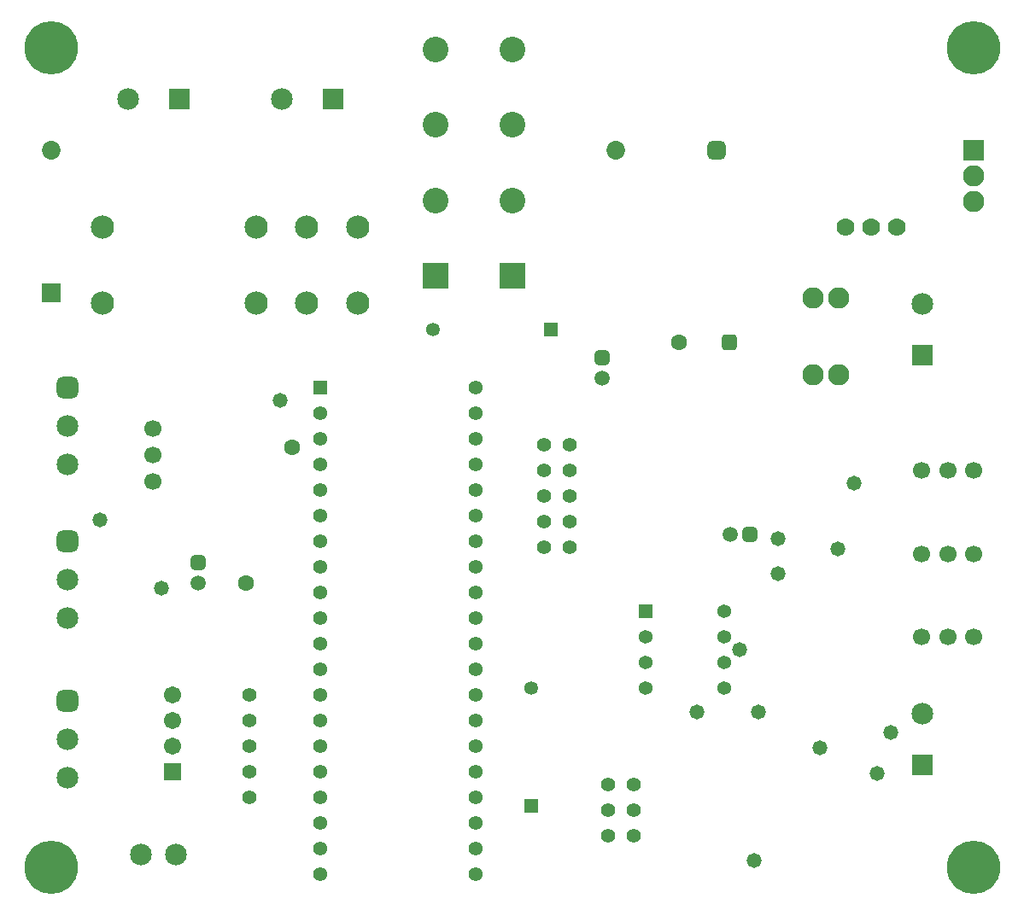
<source format=gbr>
%TF.GenerationSoftware,Altium Limited,Altium Designer,22.4.2 (48)*%
G04 Layer_Color=16711935*
%FSLAX26Y26*%
%MOIN*%
%TF.SameCoordinates,DD4E5991-19CE-4C14-B0C1-6D61C62B9851*%
%TF.FilePolarity,Negative*%
%TF.FileFunction,Soldermask,Bot*%
%TF.Part,Single*%
G01*
G75*
%TA.AperFunction,ComponentPad*%
%ADD25C,0.055000*%
%ADD71C,0.063118*%
%TA.AperFunction,ViaPad*%
%ADD72C,0.208000*%
%TA.AperFunction,ComponentPad*%
G04:AMPARAMS|DCode=73|XSize=59.181mil|YSize=59.181mil|CornerRadius=16.795mil|HoleSize=0mil|Usage=FLASHONLY|Rotation=90.000|XOffset=0mil|YOffset=0mil|HoleType=Round|Shape=RoundedRectangle|*
%AMROUNDEDRECTD73*
21,1,0.059181,0.025591,0,0,90.0*
21,1,0.025591,0.059181,0,0,90.0*
1,1,0.033590,0.012795,0.012795*
1,1,0.033590,0.012795,-0.012795*
1,1,0.033590,-0.012795,-0.012795*
1,1,0.033590,-0.012795,0.012795*
%
%ADD73ROUNDEDRECTD73*%
%ADD74C,0.059181*%
%ADD75C,0.090677*%
%ADD76C,0.070008*%
%ADD77R,0.084772X0.084772*%
%ADD78C,0.084772*%
%ADD79C,0.053276*%
%ADD80R,0.053276X0.053276*%
%ADD81C,0.072961*%
%ADD82R,0.072961X0.072961*%
G04:AMPARAMS|DCode=83|XSize=63.118mil|YSize=63.118mil|CornerRadius=17.779mil|HoleSize=0mil|Usage=FLASHONLY|Rotation=0.000|XOffset=0mil|YOffset=0mil|HoleType=Round|Shape=RoundedRectangle|*
%AMROUNDEDRECTD83*
21,1,0.063118,0.027559,0,0,0.0*
21,1,0.027559,0.063118,0,0,0.0*
1,1,0.035559,0.013780,-0.013780*
1,1,0.035559,-0.013780,-0.013780*
1,1,0.035559,-0.013780,0.013780*
1,1,0.035559,0.013780,0.013780*
%
%ADD83ROUNDEDRECTD83*%
G04:AMPARAMS|DCode=84|XSize=72.961mil|YSize=72.961mil|CornerRadius=20.24mil|HoleSize=0mil|Usage=FLASHONLY|Rotation=0.000|XOffset=0mil|YOffset=0mil|HoleType=Round|Shape=RoundedRectangle|*
%AMROUNDEDRECTD84*
21,1,0.072961,0.032480,0,0,0.0*
21,1,0.032480,0.072961,0,0,0.0*
1,1,0.040480,0.016240,-0.016240*
1,1,0.040480,-0.016240,-0.016240*
1,1,0.040480,-0.016240,0.016240*
1,1,0.040480,0.016240,0.016240*
%
%ADD84ROUNDEDRECTD84*%
%ADD85C,0.100126*%
%ADD86R,0.100126X0.100126*%
%ADD87R,0.084772X0.084772*%
%ADD88R,0.053630X0.053630*%
%ADD89C,0.053630*%
G04:AMPARAMS|DCode=90|XSize=59.181mil|YSize=59.181mil|CornerRadius=16.795mil|HoleSize=0mil|Usage=FLASHONLY|Rotation=0.000|XOffset=0mil|YOffset=0mil|HoleType=Round|Shape=RoundedRectangle|*
%AMROUNDEDRECTD90*
21,1,0.059181,0.025591,0,0,0.0*
21,1,0.025591,0.059181,0,0,0.0*
1,1,0.033590,0.012795,-0.012795*
1,1,0.033590,-0.012795,-0.012795*
1,1,0.033590,-0.012795,0.012795*
1,1,0.033590,0.012795,0.012795*
%
%ADD90ROUNDEDRECTD90*%
%ADD91C,0.066779*%
%ADD92R,0.083591X0.083591*%
%ADD93C,0.083591*%
%ADD94C,0.083000*%
%ADD95C,0.054614*%
%ADD96R,0.054614X0.054614*%
G04:AMPARAMS|DCode=97|XSize=84.772mil|YSize=84.772mil|CornerRadius=23.193mil|HoleSize=0mil|Usage=FLASHONLY|Rotation=270.000|XOffset=0mil|YOffset=0mil|HoleType=Round|Shape=RoundedRectangle|*
%AMROUNDEDRECTD97*
21,1,0.084772,0.038386,0,0,270.0*
21,1,0.038386,0.084772,0,0,270.0*
1,1,0.046386,-0.019193,-0.019193*
1,1,0.046386,-0.019193,0.019193*
1,1,0.046386,0.019193,0.019193*
1,1,0.046386,0.019193,-0.019193*
%
%ADD97ROUNDEDRECTD97*%
%ADD98R,0.053276X0.053276*%
%ADD99C,0.067055*%
%ADD100R,0.067055X0.067055*%
%TA.AperFunction,ViaPad*%
%ADD101C,0.058000*%
D25*
X2125000Y1850000D02*
D03*
Y1950000D02*
D03*
Y2050000D02*
D03*
Y2150000D02*
D03*
Y2250000D02*
D03*
X2225000D02*
D03*
Y2150000D02*
D03*
Y2050000D02*
D03*
Y1950000D02*
D03*
Y1850000D02*
D03*
X975000Y875000D02*
D03*
Y975000D02*
D03*
Y1075000D02*
D03*
Y1175000D02*
D03*
Y1275000D02*
D03*
X2475000Y725000D02*
D03*
Y825000D02*
D03*
Y925000D02*
D03*
X2375000D02*
D03*
Y825000D02*
D03*
Y725000D02*
D03*
D71*
X959448Y1709252D02*
D03*
X1140552Y2240748D02*
D03*
X2651574Y2650000D02*
D03*
D72*
X200000Y3800000D02*
D03*
X3800000D02*
D03*
Y600000D02*
D03*
X200000D02*
D03*
D73*
X775000Y1789370D02*
D03*
X2350000Y2589370D02*
D03*
D74*
X775000Y1710630D02*
D03*
X2350000Y2510630D02*
D03*
X2850000Y1900000D02*
D03*
D75*
X399212Y3100000D02*
D03*
X1000000D02*
D03*
X1198426D02*
D03*
X1396850D02*
D03*
Y2804724D02*
D03*
X1198426D02*
D03*
X1000000D02*
D03*
X399212D02*
D03*
D76*
X3500000Y3100000D02*
D03*
X3400000D02*
D03*
X3300000D02*
D03*
D77*
X700000Y3600000D02*
D03*
X1300000D02*
D03*
D78*
X500000D02*
D03*
X1100000D02*
D03*
X3600000Y1200000D02*
D03*
Y2800000D02*
D03*
X263188Y1575000D02*
D03*
Y1725000D02*
D03*
X687796Y650000D02*
D03*
X550000D02*
D03*
X263188Y2175000D02*
D03*
Y2325000D02*
D03*
Y950000D02*
D03*
Y1100000D02*
D03*
D79*
X1689370Y2700000D02*
D03*
X2075000Y1300000D02*
D03*
D80*
X2150000Y2700000D02*
D03*
D81*
X200000Y3400000D02*
D03*
X2403150D02*
D03*
D82*
X200000Y2844882D02*
D03*
D83*
X2848426Y2650000D02*
D03*
D84*
X2796850Y3400000D02*
D03*
D85*
X1700000Y3795276D02*
D03*
Y3500000D02*
D03*
Y3204724D02*
D03*
X2000000Y3795276D02*
D03*
Y3500000D02*
D03*
Y3204724D02*
D03*
D86*
X1700000Y2909448D02*
D03*
X2000000D02*
D03*
D87*
X3600000Y1000000D02*
D03*
Y2600000D02*
D03*
D88*
X2521260Y1600000D02*
D03*
D89*
Y1500000D02*
D03*
Y1400000D02*
D03*
Y1300000D02*
D03*
X2828740D02*
D03*
Y1400000D02*
D03*
Y1500000D02*
D03*
Y1600000D02*
D03*
D90*
X2928740Y1900000D02*
D03*
D91*
X3597638Y1500000D02*
D03*
X3700000D02*
D03*
X3802362D02*
D03*
Y1825000D02*
D03*
X3700000D02*
D03*
X3597638D02*
D03*
Y2150000D02*
D03*
X3700000D02*
D03*
X3802362D02*
D03*
X598032Y2108070D02*
D03*
Y2210434D02*
D03*
Y2312796D02*
D03*
D92*
X3800000Y3400000D02*
D03*
D93*
Y3300000D02*
D03*
Y3200000D02*
D03*
D94*
X3175000Y2825000D02*
D03*
X3275000D02*
D03*
Y2525000D02*
D03*
X3175000D02*
D03*
D95*
X1857480Y2475000D02*
D03*
Y2375000D02*
D03*
Y2275000D02*
D03*
Y2175000D02*
D03*
Y2075000D02*
D03*
Y1975000D02*
D03*
Y1875000D02*
D03*
Y1775000D02*
D03*
Y1675000D02*
D03*
Y1575000D02*
D03*
Y1475000D02*
D03*
Y1375000D02*
D03*
Y1275000D02*
D03*
Y1175000D02*
D03*
Y1075000D02*
D03*
Y975000D02*
D03*
Y875000D02*
D03*
Y775000D02*
D03*
Y675000D02*
D03*
Y575000D02*
D03*
X1250000D02*
D03*
Y675000D02*
D03*
Y775000D02*
D03*
Y875000D02*
D03*
Y975000D02*
D03*
Y1075000D02*
D03*
Y1175000D02*
D03*
Y1275000D02*
D03*
Y1375000D02*
D03*
Y1475000D02*
D03*
Y1575000D02*
D03*
Y1675000D02*
D03*
Y1775000D02*
D03*
Y1875000D02*
D03*
Y1975000D02*
D03*
Y2075000D02*
D03*
Y2175000D02*
D03*
Y2275000D02*
D03*
Y2375000D02*
D03*
D96*
Y2475000D02*
D03*
D97*
X263188Y1875000D02*
D03*
Y2475000D02*
D03*
Y1250000D02*
D03*
D98*
X2075000Y839370D02*
D03*
D99*
X675000Y1275000D02*
D03*
Y1175000D02*
D03*
Y1075000D02*
D03*
D100*
Y975000D02*
D03*
D101*
X2961000Y1206000D02*
D03*
X3271000Y1844000D02*
D03*
X2944000Y627000D02*
D03*
X3478000Y1129000D02*
D03*
X390000Y1956000D02*
D03*
X3036000Y1749000D02*
D03*
Y1884000D02*
D03*
X3424000Y967000D02*
D03*
X2887000Y1450000D02*
D03*
X1093000Y2425000D02*
D03*
X3200630Y1067000D02*
D03*
X631000Y1691000D02*
D03*
X2721000Y1207000D02*
D03*
X3335000Y2100000D02*
D03*
%TF.MD5,57b864700561ca411b28d30cc70dfb53*%
M02*

</source>
